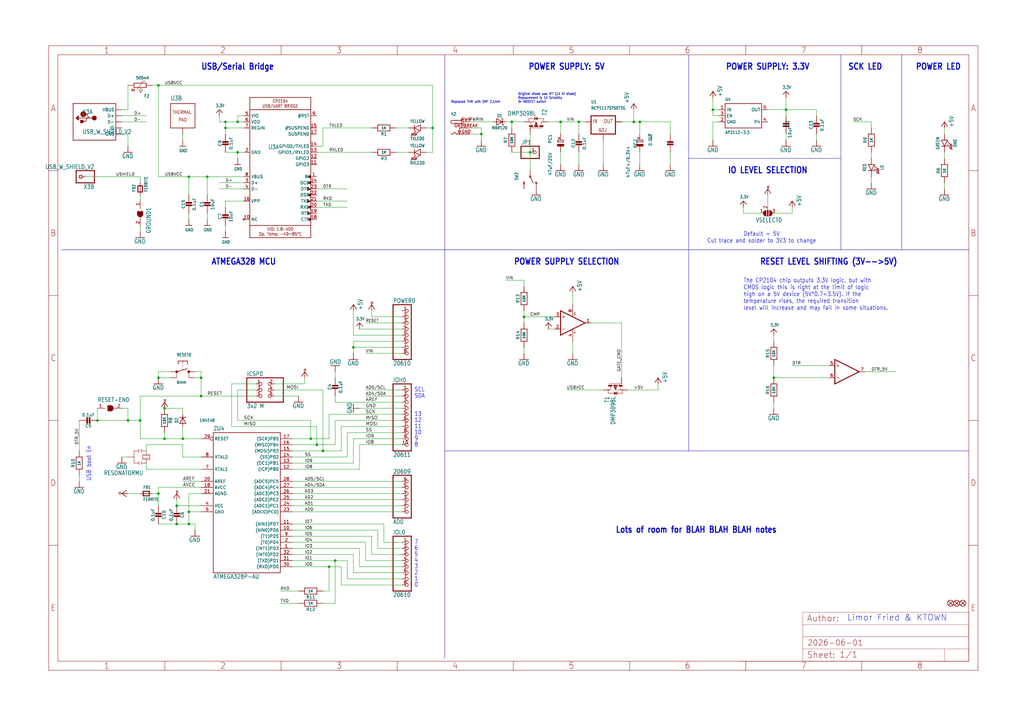
<source format=kicad_sch>
(kicad_sch (version 20230121) (generator eeschema)
  (paper "User" 426.872 298.45)
  (junction (at 322.58 157.48))
  (junction (at 53.34 175.26))
  (junction (at 180.34 53.34))
  (junction (at 40.64 175.26))
  (junction (at 132.08 185.42))
  (junction (at 200.66 55.88))
  (junction (at 93.98 53.34))
  (junction (at 58.42 175.26))
  (junction (at 213.36 50.8))
  (junction (at 99.06 63.5))
  (junction (at 266.7 50.8))
  (junction (at 264.16 50.8))
  (junction (at 139.7 233.68))
  (junction (at 327.66 45.72))
  (junction (at 134.62 187.96))
  (junction (at 233.68 50.8))
  (junction (at 83.82 165.1))
  (junction (at 218.44 132.08))
  (junction (at 83.82 157.48))
  (junction (at 76.2 182.88))
  (junction (at 68.58 182.88))
  (junction (at 78.74 218.44))
  (junction (at 68.58 170.18))
  (junction (at 220.98 63.5))
  (junction (at 78.74 213.36))
  (junction (at 129.54 182.88))
  (junction (at 93.98 50.8))
  (junction (at 66.04 35.56))
  (junction (at 297.18 45.72))
  (junction (at 99.06 50.8))
  (junction (at 147.32 144.78))
  (junction (at 73.66 210.82))
  (junction (at 78.74 73.66))
  (junction (at 73.66 218.44))
  (junction (at 66.04 157.48))
  (junction (at 137.16 236.22))
  (junction (at 241.3 50.8))
  (junction (at 66.04 205.74))
  (junction (at 86.36 73.66))
  (wire (pts (xy 167.64 228.6) (xy 157.48 228.6)) (stroke (width 0.1524)))
  (polyline (pts (xy 185.42 274.32) (xy 185.42 187.96)) (stroke (width 0.1524) (type solid)))
  (polyline (pts (xy 287.02 104.14) (xy 350.52 104.14)) (stroke (width 0.1524) (type solid)))
  (wire (pts (xy 101.6 63.5) (xy 99.06 63.5)) (stroke (width 0.1524)))
  (wire (pts (xy 76.2 177.8) (xy 76.2 182.88)) (stroke (width 0.1524)))
  (polyline (pts (xy 287.02 66.04) (xy 287.02 104.14)) (stroke (width 0.1524) (type solid)))
  (wire (pts (xy 139.7 157.48) (xy 139.7 154.94)) (stroke (width 0.1524)))
  (wire (pts (xy 241.3 50.8) (xy 241.3 55.88)) (stroke (width 0.1524)))
  (wire (pts (xy 167.64 144.78) (xy 147.32 144.78)) (stroke (width 0.1524)))
  (wire (pts (xy 177.8 63.5) (xy 180.34 63.5)) (stroke (width 0.1524)))
  (wire (pts (xy 160.02 226.06) (xy 167.64 226.06)) (stroke (width 0.1524)))
  (wire (pts (xy 297.18 45.72) (xy 299.72 45.72)) (stroke (width 0.1524)))
  (wire (pts (xy 81.28 154.94) (xy 83.82 154.94)) (stroke (width 0.1524)))
  (polyline (pts (xy 185.42 104.14) (xy 185.42 22.86)) (stroke (width 0.1524) (type solid)))
  (wire (pts (xy 132.08 63.5) (xy 154.94 63.5)) (stroke (width 0.1524)))
  (wire (pts (xy 167.64 177.8) (xy 142.24 177.8)) (stroke (width 0.1524)))
  (wire (pts (xy 147.32 142.24) (xy 147.32 144.78)) (stroke (width 0.1524)))
  (wire (pts (xy 147.32 129.54) (xy 147.32 139.7)) (stroke (width 0.1524)))
  (wire (pts (xy 106.68 165.1) (xy 83.82 165.1)) (stroke (width 0.1524)))
  (wire (pts (xy 147.32 238.76) (xy 147.32 231.14)) (stroke (width 0.1524)))
  (wire (pts (xy 121.92 210.82) (xy 167.64 210.82)) (stroke (width 0.1524)))
  (wire (pts (xy 134.62 53.34) (xy 134.62 60.96)) (stroke (width 0.1524)))
  (wire (pts (xy 134.62 187.96) (xy 121.92 187.96)) (stroke (width 0.1524)))
  (wire (pts (xy 76.2 182.88) (xy 68.58 182.88)) (stroke (width 0.1524)))
  (wire (pts (xy 33.02 198.12) (xy 33.02 200.66)) (stroke (width 0.1524)))
  (wire (pts (xy 68.58 170.18) (xy 76.2 170.18)) (stroke (width 0.1524)))
  (wire (pts (xy 233.68 68.58) (xy 233.68 63.5)) (stroke (width 0.1524)))
  (wire (pts (xy 86.36 88.9) (xy 86.36 91.44)) (stroke (width 0.1524)))
  (wire (pts (xy 167.64 132.08) (xy 154.94 132.08)) (stroke (width 0.1524)))
  (wire (pts (xy 233.68 55.88) (xy 233.68 50.8)) (stroke (width 0.1524)))
  (wire (pts (xy 139.7 233.68) (xy 144.78 233.68)) (stroke (width 0.1524)))
  (wire (pts (xy 147.32 144.78) (xy 147.32 147.32)) (stroke (width 0.1524)))
  (wire (pts (xy 297.18 40.64) (xy 297.18 45.72)) (stroke (width 0.1524)))
  (wire (pts (xy 218.44 132.08) (xy 231.14 132.08)) (stroke (width 0.1524)))
  (wire (pts (xy 157.48 220.98) (xy 121.92 220.98)) (stroke (width 0.1524)))
  (wire (pts (xy 50.8 50.8) (xy 60.96 50.8)) (stroke (width 0.1524)))
  (wire (pts (xy 83.82 210.82) (xy 73.66 210.82)) (stroke (width 0.1524)))
  (wire (pts (xy 142.24 187.96) (xy 134.62 187.96)) (stroke (width 0.1524)))
  (wire (pts (xy 213.36 50.8) (xy 218.44 50.8)) (stroke (width 0.1524)))
  (wire (pts (xy 99.06 48.26) (xy 99.06 50.8)) (stroke (width 0.1524)))
  (wire (pts (xy 264.16 50.8) (xy 266.7 50.8)) (stroke (width 0.1524)))
  (wire (pts (xy 134.62 162.56) (xy 134.62 187.96)) (stroke (width 0.1524)))
  (wire (pts (xy 93.98 50.8) (xy 91.44 50.8)) (stroke (width 0.1524)))
  (wire (pts (xy 132.08 78.74) (xy 144.78 78.74)) (stroke (width 0.1524)))
  (wire (pts (xy 213.36 53.34) (xy 213.36 50.8)) (stroke (width 0.1524)))
  (wire (pts (xy 264.16 45.72) (xy 264.16 50.8)) (stroke (width 0.1524)))
  (wire (pts (xy 200.66 53.34) (xy 200.66 55.88)) (stroke (width 0.1524)))
  (wire (pts (xy 53.34 55.88) (xy 53.34 60.96)) (stroke (width 0.1524)))
  (wire (pts (xy 83.82 203.2) (xy 66.04 203.2)) (stroke (width 0.1524)))
  (wire (pts (xy 266.7 50.8) (xy 279.4 50.8)) (stroke (width 0.1524)))
  (wire (pts (xy 345.44 152.4) (xy 330.2 152.4)) (stroke (width 0.1524)))
  (wire (pts (xy 152.4 134.62) (xy 167.64 134.62)) (stroke (width 0.1524)))
  (wire (pts (xy 149.86 236.22) (xy 167.64 236.22)) (stroke (width 0.1524)))
  (wire (pts (xy 154.94 231.14) (xy 167.64 231.14)) (stroke (width 0.1524)))
  (wire (pts (xy 134.62 60.96) (xy 132.08 60.96)) (stroke (width 0.1524)))
  (wire (pts (xy 137.16 246.38) (xy 137.16 236.22)) (stroke (width 0.1524)))
  (wire (pts (xy 96.52 177.8) (xy 132.08 177.8)) (stroke (width 0.1524)))
  (polyline (pts (xy 185.42 187.96) (xy 185.42 104.14)) (stroke (width 0.1524) (type solid)))
  (wire (pts (xy 78.74 218.44) (xy 73.66 218.44)) (stroke (width 0.1524)))
  (wire (pts (xy 297.18 48.26) (xy 297.18 45.72)) (stroke (width 0.1524)))
  (wire (pts (xy 363.22 50.8) (xy 355.6 50.8)) (stroke (width 0.1524)))
  (wire (pts (xy 322.58 139.7) (xy 322.58 142.24)) (stroke (width 0.1524)))
  (wire (pts (xy 210.82 50.8) (xy 213.36 50.8)) (stroke (width 0.1524)))
  (wire (pts (xy 93.98 83.82) (xy 93.98 86.36)) (stroke (width 0.1524)))
  (wire (pts (xy 144.78 86.36) (xy 132.08 86.36)) (stroke (width 0.1524)))
  (wire (pts (xy 259.08 50.8) (xy 264.16 50.8)) (stroke (width 0.1524)))
  (wire (pts (xy 132.08 177.8) (xy 132.08 185.42)) (stroke (width 0.1524)))
  (polyline (pts (xy 287.02 66.04) (xy 350.52 66.04)) (stroke (width 0.1524) (type solid)))
  (wire (pts (xy 144.78 190.5) (xy 144.78 180.34)) (stroke (width 0.1524)))
  (wire (pts (xy 83.82 200.66) (xy 76.2 200.66)) (stroke (width 0.1524)))
  (wire (pts (xy 96.52 160.02) (xy 96.52 177.8)) (stroke (width 0.1524)))
  (wire (pts (xy 149.86 185.42) (xy 167.64 185.42)) (stroke (width 0.1524)))
  (wire (pts (xy 228.6 50.8) (xy 233.68 50.8)) (stroke (width 0.1524)))
  (wire (pts (xy 81.28 218.44) (xy 81.28 220.98)) (stroke (width 0.1524)))
  (wire (pts (xy 53.34 45.72) (xy 50.8 45.72)) (stroke (width 0.1524)))
  (wire (pts (xy 83.82 195.58) (xy 60.96 195.58)) (stroke (width 0.1524)))
  (wire (pts (xy 121.92 190.5) (xy 144.78 190.5)) (stroke (width 0.1524)))
  (wire (pts (xy 218.44 129.54) (xy 218.44 132.08)) (stroke (width 0.1524)))
  (wire (pts (xy 40.64 175.26) (xy 40.64 170.18)) (stroke (width 0.1524)))
  (polyline (pts (xy 25.4 104.14) (xy 185.42 104.14)) (stroke (width 0.1524) (type solid)))
  (wire (pts (xy 68.58 180.34) (xy 68.58 182.88)) (stroke (width 0.1524)))
  (wire (pts (xy 137.16 172.72) (xy 167.64 172.72)) (stroke (width 0.1524)))
  (wire (pts (xy 73.66 218.44) (xy 66.04 218.44)) (stroke (width 0.1524)))
  (wire (pts (xy 121.92 195.58) (xy 149.86 195.58)) (stroke (width 0.1524)))
  (wire (pts (xy 154.94 223.52) (xy 154.94 231.14)) (stroke (width 0.1524)))
  (wire (pts (xy 180.34 53.34) (xy 180.34 35.56)) (stroke (width 0.1524)))
  (wire (pts (xy 299.72 50.8) (xy 297.18 50.8)) (stroke (width 0.1524)))
  (wire (pts (xy 101.6 48.26) (xy 99.06 48.26)) (stroke (width 0.1524)))
  (wire (pts (xy 124.46 251.46) (xy 116.84 251.46)) (stroke (width 0.1524)))
  (wire (pts (xy 106.68 160.02) (xy 96.52 160.02)) (stroke (width 0.1524)))
  (wire (pts (xy 241.3 63.5) (xy 241.3 68.58)) (stroke (width 0.1524)))
  (wire (pts (xy 121.92 228.6) (xy 149.86 228.6)) (stroke (width 0.1524)))
  (wire (pts (xy 132.08 185.42) (xy 139.7 185.42)) (stroke (width 0.1524)))
  (wire (pts (xy 124.46 165.1) (xy 114.3 165.1)) (stroke (width 0.1524)))
  (polyline (pts (xy 287.02 22.86) (xy 287.02 66.04)) (stroke (width 0.1524) (type solid)))
  (wire (pts (xy 142.24 243.84) (xy 142.24 236.22)) (stroke (width 0.1524)))
  (wire (pts (xy 167.64 213.36) (xy 121.92 213.36)) (stroke (width 0.1524)))
  (wire (pts (xy 144.78 241.3) (xy 167.64 241.3)) (stroke (width 0.1524)))
  (wire (pts (xy 78.74 205.74) (xy 78.74 213.36)) (stroke (width 0.1524)))
  (wire (pts (xy 167.64 139.7) (xy 147.32 139.7)) (stroke (width 0.1524)))
  (wire (pts (xy 86.36 73.66) (xy 78.74 73.66)) (stroke (width 0.1524)))
  (wire (pts (xy 53.34 35.56) (xy 53.34 45.72)) (stroke (width 0.1524)))
  (wire (pts (xy 76.2 185.42) (xy 76.2 190.5)) (stroke (width 0.1524)))
  (wire (pts (xy 218.44 116.84) (xy 218.44 119.38)) (stroke (width 0.1524)))
  (wire (pts (xy 279.4 63.5) (xy 279.4 68.58)) (stroke (width 0.1524)))
  (wire (pts (xy 154.94 132.08) (xy 154.94 129.54)) (stroke (width 0.1524)))
  (wire (pts (xy 76.2 190.5) (xy 83.82 190.5)) (stroke (width 0.1524)))
  (wire (pts (xy 129.54 175.26) (xy 129.54 182.88)) (stroke (width 0.1524)))
  (wire (pts (xy 129.54 182.88) (xy 137.16 182.88)) (stroke (width 0.1524)))
  (wire (pts (xy 71.12 154.94) (xy 66.04 154.94)) (stroke (width 0.1524)))
  (wire (pts (xy 137.16 236.22) (xy 121.92 236.22)) (stroke (width 0.1524)))
  (wire (pts (xy 147.32 193.04) (xy 121.92 193.04)) (stroke (width 0.1524)))
  (wire (pts (xy 220.98 63.5) (xy 213.36 63.5)) (stroke (width 0.1524)))
  (wire (pts (xy 340.36 55.88) (xy 340.36 58.42)) (stroke (width 0.1524)))
  (wire (pts (xy 76.2 170.18) (xy 76.2 172.72)) (stroke (width 0.1524)))
  (wire (pts (xy 35.56 73.66) (xy 58.42 73.66)) (stroke (width 0.1524)))
  (wire (pts (xy 218.44 132.08) (xy 218.44 134.62)) (stroke (width 0.1524)))
  (wire (pts (xy 139.7 185.42) (xy 139.7 175.26)) (stroke (width 0.1524)))
  (wire (pts (xy 297.18 50.8) (xy 297.18 58.42)) (stroke (width 0.1524)))
  (wire (pts (xy 241.3 50.8) (xy 233.68 50.8)) (stroke (width 0.1524)))
  (wire (pts (xy 165.1 63.5) (xy 170.18 63.5)) (stroke (width 0.1524)))
  (wire (pts (xy 152.4 233.68) (xy 152.4 226.06)) (stroke (width 0.1524)))
  (wire (pts (xy 137.16 246.38) (xy 134.62 246.38)) (stroke (width 0.1524)))
  (wire (pts (xy 121.92 200.66) (xy 167.64 200.66)) (stroke (width 0.1524)))
  (wire (pts (xy 238.76 142.24) (xy 238.76 147.32)) (stroke (width 0.1524)))
  (wire (pts (xy 360.68 154.94) (xy 373.38 154.94)) (stroke (width 0.1524)))
  (wire (pts (xy 83.82 205.74) (xy 78.74 205.74)) (stroke (width 0.1524)))
  (wire (pts (xy 142.24 236.22) (xy 137.16 236.22)) (stroke (width 0.1524)))
  (wire (pts (xy 134.62 251.46) (xy 139.7 251.46)) (stroke (width 0.1524)))
  (wire (pts (xy 58.42 73.66) (xy 58.42 76.2)) (stroke (width 0.1524)))
  (wire (pts (xy 114.3 162.56) (xy 134.62 162.56)) (stroke (width 0.1524)))
  (wire (pts (xy 299.72 48.26) (xy 297.18 48.26)) (stroke (width 0.1524)))
  (wire (pts (xy 327.66 45.72) (xy 327.66 48.26)) (stroke (width 0.1524)))
  (wire (pts (xy 167.64 238.76) (xy 147.32 238.76)) (stroke (width 0.1524)))
  (wire (pts (xy 99.06 50.8) (xy 93.98 50.8)) (stroke (width 0.1524)))
  (wire (pts (xy 274.32 162.56) (xy 274.32 160.02)) (stroke (width 0.1524)))
  (wire (pts (xy 167.64 167.64) (xy 139.7 167.64)) (stroke (width 0.1524)))
  (wire (pts (xy 236.22 162.56) (xy 251.46 162.56)) (stroke (width 0.1524)))
  (wire (pts (xy 327.66 45.72) (xy 340.36 45.72)) (stroke (width 0.1524)))
  (polyline (pts (xy 287.02 187.96) (xy 185.42 187.96)) (stroke (width 0.1524) (type solid)))
  (wire (pts (xy 68.58 182.88) (xy 58.42 182.88)) (stroke (width 0.1524)))
  (wire (pts (xy 195.58 53.34) (xy 200.66 53.34)) (stroke (width 0.1524)))
  (wire (pts (xy 330.2 86.36) (xy 330.2 88.9)) (stroke (width 0.1524)))
  (wire (pts (xy 132.08 185.42) (xy 121.92 185.42)) (stroke (width 0.1524)))
  (wire (pts (xy 76.2 55.88) (xy 76.2 58.42)) (stroke (width 0.1524)))
  (wire (pts (xy 132.08 83.82) (xy 144.78 83.82)) (stroke (width 0.1524)))
  (wire (pts (xy 327.66 55.88) (xy 327.66 58.42)) (stroke (width 0.1524)))
  (wire (pts (xy 218.44 116.84) (xy 210.82 116.84)) (stroke (width 0.1524)))
  (wire (pts (xy 200.66 55.88) (xy 200.66 58.42)) (stroke (width 0.1524)))
  (wire (pts (xy 167.64 243.84) (xy 142.24 243.84)) (stroke (width 0.1524)))
  (wire (pts (xy 137.16 182.88) (xy 137.16 172.72)) (stroke (width 0.1524)))
  (wire (pts (xy 81.28 157.48) (xy 83.82 157.48)) (stroke (width 0.1524)))
  (wire (pts (xy 167.64 182.88) (xy 147.32 182.88)) (stroke (width 0.1524)))
  (wire (pts (xy 99.06 63.5) (xy 99.06 66.04)) (stroke (width 0.1524)))
  (wire (pts (xy 58.42 96.52) (xy 58.42 93.98)) (stroke (width 0.1524)))
  (wire (pts (xy 139.7 165.1) (xy 139.7 167.64)) (stroke (width 0.1524)))
  (wire (pts (xy 86.36 81.28) (xy 86.36 73.66)) (stroke (width 0.1524)))
  (wire (pts (xy 220.98 63.5) (xy 220.98 55.88)) (stroke (width 0.1524)))
  (wire (pts (xy 78.74 218.44) (xy 78.74 213.36)) (stroke (width 0.1524)))
  (wire (pts (xy 320.04 81.28) (xy 320.04 86.36)) (stroke (width 0.1524)))
  (wire (pts (xy 144.78 180.34) (xy 167.64 180.34)) (stroke (width 0.1524)))
  (wire (pts (xy 99.06 175.26) (xy 129.54 175.26)) (stroke (width 0.1524)))
  (wire (pts (xy 320.04 45.72) (xy 327.66 45.72)) (stroke (width 0.1524)))
  (wire (pts (xy 58.42 83.82) (xy 58.42 81.28)) (stroke (width 0.1524)))
  (wire (pts (xy 238.76 121.92) (xy 238.76 127)) (stroke (width 0.1524)))
  (wire (pts (xy 322.58 167.64) (xy 322.58 170.18)) (stroke (width 0.1524)))
  (wire (pts (xy 363.22 63.5) (xy 363.22 66.04)) (stroke (width 0.1524)))
  (wire (pts (xy 83.82 182.88) (xy 76.2 182.88)) (stroke (width 0.1524)))
  (wire (pts (xy 121.92 205.74) (xy 167.64 205.74)) (stroke (width 0.1524)))
  (polyline (pts (xy 403.86 187.96) (xy 287.02 187.96)) (stroke (width 0.1524) (type solid)))
  (wire (pts (xy 142.24 177.8) (xy 142.24 187.96)) (stroke (width 0.1524)))
  (wire (pts (xy 220.98 63.5) (xy 220.98 71.12)) (stroke (width 0.1524)))
  (wire (pts (xy 50.8 48.26) (xy 60.96 48.26)) (stroke (width 0.1524)))
  (wire (pts (xy 78.74 91.44) (xy 78.74 88.9)) (stroke (width 0.1524)))
  (wire (pts (xy 327.66 40.64) (xy 327.66 45.72)) (stroke (width 0.1524)))
  (wire (pts (xy 330.2 88.9) (xy 322.58 88.9)) (stroke (width 0.1524)))
  (wire (pts (xy 121.92 218.44) (xy 160.02 218.44)) (stroke (width 0.1524)))
  (wire (pts (xy 309.88 86.36) (xy 309.88 88.9)) (stroke (width 0.1524)))
  (wire (pts (xy 261.62 162.56) (xy 274.32 162.56)) (stroke (width 0.1524)))
  (wire (pts (xy 167.64 162.56) (xy 152.4 162.56)) (stroke (width 0.1524)))
  (wire (pts (xy 144.78 233.68) (xy 144.78 241.3)) (stroke (width 0.1524)))
  (wire (pts (xy 60.96 187.96) (xy 60.96 185.42)) (stroke (width 0.1524)))
  (wire (pts (xy 99.06 162.56) (xy 99.06 175.26)) (stroke (width 0.1524)))
  (wire (pts (xy 58.42 175.26) (xy 58.42 165.1)) (stroke (width 0.1524)))
  (wire (pts (xy 91.44 76.2) (xy 101.6 76.2)) (stroke (width 0.1524)))
  (wire (pts (xy 127 157.48) (xy 127 160.02)) (stroke (width 0.1524)))
  (wire (pts (xy 93.98 63.5) (xy 99.06 63.5)) (stroke (width 0.1524)))
  (wire (pts (xy 231.14 137.16) (xy 228.6 137.16)) (stroke (width 0.1524)))
  (polyline (pts (xy 287.02 104.14) (xy 287.02 187.96)) (stroke (width 0.1524) (type solid)))
  (wire (pts (xy 50.8 170.18) (xy 53.34 170.18)) (stroke (width 0.1524)))
  (wire (pts (xy 165.1 53.34) (xy 170.18 53.34)) (stroke (width 0.1524)))
  (wire (pts (xy 66.04 73.66) (xy 66.04 35.56)) (stroke (width 0.1524)))
  (wire (pts (xy 139.7 251.46) (xy 139.7 233.68)) (stroke (width 0.1524)))
  (wire (pts (xy 149.86 195.58) (xy 149.86 185.42)) (stroke (width 0.1524)))
  (wire (pts (xy 83.82 165.1) (xy 58.42 165.1)) (stroke (width 0.1524)))
  (wire (pts (xy 60.96 195.58) (xy 60.96 193.04)) (stroke (width 0.1524)))
  (wire (pts (xy 66.04 205.74) (xy 66.04 203.2)) (stroke (width 0.1524)))
  (wire (pts (xy 86.36 73.66) (xy 101.6 73.66)) (stroke (width 0.1524)))
  (wire (pts (xy 91.44 78.74) (xy 101.6 78.74)) (stroke (width 0.1524)))
  (polyline (pts (xy 350.52 22.86) (xy 350.52 66.04)) (stroke (width 0.1524) (type solid)))
  (wire (pts (xy 167.64 165.1) (xy 152.4 165.1)) (stroke (width 0.1524)))
  (polyline (pts (xy 375.92 22.86) (xy 375.92 104.14)) (stroke (width 0.1524) (type solid)))
  (wire (pts (xy 218.44 147.32) (xy 218.44 144.78)) (stroke (width 0.1524)))
  (wire (pts (xy 180.34 35.56) (xy 66.04 35.56)) (stroke (width 0.1524)))
  (wire (pts (xy 322.58 157.48) (xy 345.44 157.48)) (stroke (width 0.1524)))
  (wire (pts (xy 340.36 45.72) (xy 340.36 48.26)) (stroke (width 0.1524)))
  (wire (pts (xy 180.34 63.5) (xy 180.34 53.34)) (stroke (width 0.1524)))
  (wire (pts (xy 177.8 53.34) (xy 180.34 53.34)) (stroke (width 0.1524)))
  (wire (pts (xy 73.66 210.82) (xy 73.66 208.28)) (stroke (width 0.1524)))
  (wire (pts (xy 40.64 175.26) (xy 53.34 175.26)) (stroke (width 0.1524)))
  (wire (pts (xy 58.42 205.74) (xy 53.34 205.74)) (stroke (width 0.1524)))
  (wire (pts (xy 101.6 83.82) (xy 93.98 83.82)) (stroke (width 0.1524)))
  (polyline (pts (xy 375.92 104.14) (xy 403.86 104.14)) (stroke (width 0.1524) (type solid)))
  (wire (pts (xy 152.4 147.32) (xy 167.64 147.32)) (stroke (width 0.1524)))
  (wire (pts (xy 33.02 187.96) (xy 33.02 175.26)) (stroke (width 0.1524)))
  (wire (pts (xy 93.98 93.98) (xy 93.98 96.52)) (stroke (width 0.1524)))
  (wire (pts (xy 116.84 246.38) (xy 124.46 246.38)) (stroke (width 0.1524)))
  (wire (pts (xy 91.44 50.8) (xy 91.44 48.26)) (stroke (width 0.1524)))
  (wire (pts (xy 259.08 157.48) (xy 259.08 134.62)) (stroke (width 0.1524)))
  (wire (pts (xy 101.6 50.8) (xy 99.06 50.8)) (stroke (width 0.1524)))
  (wire (pts (xy 393.7 53.34) (xy 393.7 55.88)) (stroke (width 0.1524)))
  (wire (pts (xy 363.22 76.2) (xy 363.22 73.66)) (stroke (width 0.1524)))
  (wire (pts (xy 66.04 35.56) (xy 63.5 35.56)) (stroke (width 0.1524)))
  (wire (pts (xy 53.34 190.5) (xy 50.8 190.5)) (stroke (width 0.1524)))
  (wire (pts (xy 157.48 228.6) (xy 157.48 220.98)) (stroke (width 0.1524)))
  (wire (pts (xy 58.42 175.26) (xy 58.42 182.88)) (stroke (width 0.1524)))
  (wire (pts (xy 195.58 55.88) (xy 200.66 55.88)) (stroke (width 0.1524)))
  (wire (pts (xy 149.86 228.6) (xy 149.86 236.22)) (stroke (width 0.1524)))
  (wire (pts (xy 152.4 226.06) (xy 121.92 226.06)) (stroke (width 0.1524)))
  (wire (pts (xy 50.8 55.88) (xy 53.34 55.88)) (stroke (width 0.1524)))
  (wire (pts (xy 167.64 170.18) (xy 149.86 170.18)) (stroke (width 0.1524)))
  (wire (pts (xy 93.98 55.88) (xy 93.98 53.34)) (stroke (width 0.1524)))
  (wire (pts (xy 106.68 162.56) (xy 99.06 162.56)) (stroke (width 0.1524)))
  (polyline (pts (xy 287.02 104.14) (xy 185.42 104.14)) (stroke (width 0.1524) (type solid)))
  (wire (pts (xy 322.58 157.48) (xy 322.58 152.4)) (stroke (width 0.1524)))
  (wire (pts (xy 78.74 73.66) (xy 78.74 81.28)) (stroke (width 0.1524)))
  (wire (pts (xy 154.94 53.34) (xy 134.62 53.34)) (stroke (width 0.1524)))
  (wire (pts (xy 83.82 157.48) (xy 83.82 165.1)) (stroke (width 0.1524)))
  (wire (pts (xy 60.96 185.42) (xy 76.2 185.42)) (stroke (width 0.1524)))
  (wire (pts (xy 266.7 50.8) (xy 266.7 55.88)) (stroke (width 0.1524)))
  (wire (pts (xy 251.46 68.58) (xy 251.46 58.42)) (stroke (width 0.1524)))
  (wire (pts (xy 195.58 50.8) (xy 205.74 50.8)) (stroke (width 0.1524)))
  (wire (pts (xy 53.34 175.26) (xy 58.42 175.26)) (stroke (width 0.1524)))
  (wire (pts (xy 71.12 157.48) (xy 66.04 157.48)) (stroke (width 0.1524)))
  (wire (pts (xy 167.64 137.16) (xy 149.86 137.16)) (stroke (width 0.1524)))
  (wire (pts (xy 66.04 210.82) (xy 66.04 205.74)) (stroke (width 0.1524)))
  (wire (pts (xy 127 160.02) (xy 114.3 160.02)) (stroke (width 0.1524)))
  (wire (pts (xy 167.64 203.2) (xy 121.92 203.2)) (stroke (width 0.1524)))
  (wire (pts (xy 121.92 233.68) (xy 139.7 233.68)) (stroke (width 0.1524)))
  (wire (pts (xy 246.38 134.62) (xy 259.08 134.62)) (stroke (width 0.1524)))
  (wire (pts (xy 309.88 88.9) (xy 317.5 88.9)) (stroke (width 0.1524)))
  (wire (pts (xy 66.04 154.94) (xy 66.04 157.48)) (stroke (width 0.1524)))
  (wire (pts (xy 243.84 50.8) (xy 241.3 50.8)) (stroke (width 0.1524)))
  (wire (pts (xy 139.7 175.26) (xy 167.64 175.26)) (stroke (width 0.1524)))
  (wire (pts (xy 147.32 231.14) (xy 121.92 231.14)) (stroke (width 0.1524)))
  (wire (pts (xy 167.64 233.68) (xy 152.4 233.68)) (stroke (width 0.1524)))
  (wire (pts (xy 266.7 63.5) (xy 266.7 68.58)) (stroke (width 0.1524)))
  (wire (pts (xy 167.64 208.28) (xy 121.92 208.28)) (stroke (width 0.1524)))
  (wire (pts (xy 160.02 218.44) (xy 160.02 226.06)) (stroke (width 0.1524)))
  (wire (pts (xy 83.82 154.94) (xy 83.82 157.48)) (stroke (width 0.1524)))
  (wire (pts (xy 63.5 205.74) (xy 66.04 205.74)) (stroke (width 0.1524)))
  (wire (pts (xy 363.22 50.8) (xy 363.22 53.34)) (stroke (width 0.1524)))
  (wire (pts (xy 78.74 213.36) (xy 83.82 213.36)) (stroke (width 0.1524)))
  (wire (pts (xy 121.92 182.88) (xy 129.54 182.88)) (stroke (width 0.1524)))
  (wire (pts (xy 121.92 223.52) (xy 154.94 223.52)) (stroke (width 0.1524)))
  (wire (pts (xy 147.32 182.88) (xy 147.32 193.04)) (stroke (width 0.1524)))
  (wire (pts (xy 53.34 170.18) (xy 53.34 175.26)) (stroke (width 0.1524)))
  (wire (pts (xy 78.74 218.44) (xy 81.28 218.44)) (stroke (width 0.1524)))
  (wire (pts (xy 167.64 142.24) (xy 147.32 142.24)) (stroke (width 0.1524)))
  (polyline (pts (xy 350.52 66.04) (xy 350.52 104.14)) (stroke (width 0.1524) (type solid)))
  (wire (pts (xy 393.7 66.04) (xy 393.7 63.5)) (stroke (width 0.1524)))
  (wire (pts (xy 393.7 76.2) (xy 393.7 78.74)) (stroke (width 0.1524)))
  (wire (pts (xy 78.74 73.66) (xy 66.04 73.66)) (stroke (width 0.1524)))
  (wire (pts (xy 101.6 53.34) (xy 93.98 53.34)) (stroke (width 0.1524)))
  (wire (pts (xy 93.98 53.34) (xy 93.98 50.8)) (stroke (width 0.1524)))
  (wire (pts (xy 279.4 50.8) (xy 279.4 55.88)) (stroke (width 0.1524)))
  (polyline (pts (xy 350.52 104.14) (xy 375.92 104.14)) (stroke (width 0.1524) (type solid)))
  (text "Lots of room for BLAH BLAH BLAH notes" (at 256.54 220.98 0) (effects (font (size 2.54 2.159) (thickness 0.4318) bold) (justify left)))
  (text "12" (at 172.72 175.26 0) (effects (font (size 1.778 1.5113)) (justify left)))
  (text "ATMEGA328 MCU" (at 101.6 109.22 0) (effects (font (size 2.54 2.159) (thickness 0.4318) bold)))
  (text "5" (at 172.72 231.14 0) (effects (font (size 1.778 1.5113)) (justify left)))
  (text "6" (at 172.72 228.6 0) (effects (font (size 1.778 1.5113)) (justify left)))
  (text "13" (at 172.72 172.72 0) (effects (font (size 1.778 1.5113)) (justify left)))
  (text "POWER SUPPLY: 5V" (at 236.22 27.94 0) (effects (font (size 2.54 2.159) (thickness 0.4318) bold)))
  (text "Default = 5V\nCut trace and solder to 3V3 to change" (at 317.5 99.06 0) (effects (font (size 1.778 1.5113))))
  (text "2" (at 172.72 238.76 0) (effects (font (size 1.778 1.5113)) (justify left)))
  (text "SCL" (at 172.72 162.56 0) (effects (font (size 1.778 1.5113)) (justify left)))
  (text "1" (at 172.72 241.3 0) (effects (font (size 1.778 1.5113)) (justify left)))
  (text "9" (at 172.72 182.88 0) (effects (font (size 1.778 1.5113)) (justify left)))
  (text "POWER SUPPLY: 3.3V" (at 320.04 27.94 0) (effects (font (size 2.54 2.159) (thickness 0.4318) bold)))
  (text "11" (at 172.72 177.8 0) (effects (font (size 1.778 1.5113)) (justify left)))
  (text "Limor Fried & KTOWN" (at 353.06 259.08 0) (effects (font (size 2.54 2.54)) (justify left bottom)))
  (text "7" (at 172.72 226.06 0) (effects (font (size 1.778 1.5113)) (justify left)))
  (text "Original diode was M7 (1A Si diode)\nReplacement is 1A Schottky\nOr MOSFET switch" (at 215.9 43.18 0) (effects (font (size 1.016 0.8636)) (justify left bottom)))
  (text "POWER LED" (at 391.16 27.94 0) (effects (font (size 2.54 2.159) (thickness 0.4318) bold)))
  (text "RESET LEVEL SHIFTING (3V-->5V)" (at 345.44 109.22 0) (effects (font (size 2.54 2.159) (thickness 0.4318) bold)))
  (text "SDA" (at 172.72 165.1 0) (effects (font (size 1.778 1.5113)) (justify left)))
  (text "3" (at 172.72 236.22 0) (effects (font (size 1.778 1.5113)) (justify left)))
  (text "The CP2104 chip outputs 3.3V logic, but with\nCMOS logic this is right at the limit of logic\nhigh on a 5V device (5V*0.7=3.5V). If the\ntemperature rises, the required transition\nlevel will increase and may fail in some situations." (at 309.88 129.54 0) (effects (font (size 1.778 1.5113)) (justify left bottom)))
  (text "USB/Serial Bridge" (at 99.06 27.94 0) (effects (font (size 2.54 2.159) (thickness 0.4318) bold)))
  (text "Replaced THM with SMT 2.1mm" (at 187.96 43.18 0) (effects (font (size 1.016 0.8636)) (justify left bottom)))
  (text "8" (at 172.72 185.42 0) (effects (font (size 1.778 1.5113)) (justify left)))
  (text "POWER SUPPLY SELECTION" (at 236.22 109.22 0) (effects (font (size 2.54 2.159) (thickness 0.4318) bold)))
  (text "IO LEVEL SELECTION" (at 320.04 71.12 0) (effects (font (size 2.54 2.159) (thickness 0.4318) bold)))
  (text "0" (at 172.72 243.84 0) (effects (font (size 1.778 1.5113)) (justify left)))
  (text "USB boot En" (at 38.1 200.66 90) (effects (font (size 1.778 1.5113)) (justify left bottom)))
  (text "SCK LED" (at 360.68 27.94 0) (effects (font (size 2.54 2.159) (thickness 0.4318) bold)))
  (text "4" (at 172.72 233.68 0) (effects (font (size 1.778 1.5113)) (justify left)))
  (text "10" (at 172.72 180.34 0) (effects (font (size 1.778 1.5113)) (justify left)))
  (label "IO0" (at 127 236.22 0) (effects (font (size 1.2446 1.2446))))
  (label "AD4/SDA" (at 127 203.2 0) (effects (font (size 1.2446 1.2446))))
  (label "TXD" (at 116.84 251.46 0) (effects (font (size 1.2446 1.2446))))
  (label "DTR_5V" (at 33.02 185.42 90) (effects (font (size 1.2446 1.2446))))
  (label "SCK" (at 152.4 172.72 0) (effects (font (size 1.3513 1.3513))))
  (label "RESET" (at 152.4 134.62 0) (effects (font (size 1.1735 1.1735))))
  (label "IO8" (at 127 195.58 0) (effects (font (size 1.2446 1.2446))))
  (label "MOSI" (at 119.38 162.56 0) (effects (font (size 1.3513 1.3513))))
  (label "RXLED" (at 137.16 63.5 0) (effects (font (size 1.2446 1.2446))))
  (label "RXD" (at 134.62 83.82 0) (effects (font (size 1.2446 1.2446))))
  (label "IO4" (at 127 226.06 0) (effects (font (size 1.2446 1.2446))))
  (label "RESET" (at 86.36 165.1 0) (effects (font (size 1.3513 1.3513))))
  (label "AREF" (at 76.2 200.66 0) (effects (font (size 1.3513 1.3513))))
  (label "SCK" (at 355.6 50.8 0) (effects (font (size 1.2446 1.2446))))
  (label "+5V" (at 264.16 162.56 0) (effects (font (size 1.2446 1.2446))))
  (label "TXLED" (at 137.16 53.34 0) (effects (font (size 1.2446 1.2446))))
  (label "RXD" (at 116.84 246.38 0) (effects (font (size 1.2446 1.2446))))
  (label "PWRIN" (at 195.58 50.8 0) (effects (font (size 1.2446 1.2446))))
  (label "AVCC" (at 76.2 203.2 0) (effects (font (size 1.3513 1.3513))))
  (label "MISO" (at 101.6 177.8 0) (effects (font (size 1.3513 1.3513))))
  (label "GATE_CMD" (at 259.08 154.94 90) (effects (font (size 1.2446 1.2446))))
  (label "DTR_5V" (at 363.22 154.94 0) (effects (font (size 1.2446 1.2446))))
  (label "IO9" (at 152.4 182.88 0) (effects (font (size 1.3513 1.3513))))
  (label "MISO" (at 152.4 175.26 0) (effects (font (size 1.3513 1.3513))))
  (label "DTR" (at 134.62 78.74 0) (effects (font (size 1.2446 1.2446))))
  (label "VIN" (at 152.4 147.32 0) (effects (font (size 1.2446 1.2446))))
  (label "IO2" (at 127 231.14 0) (effects (font (size 1.2446 1.2446))))
  (label "AD4/SDA" (at 152.4 165.1 0) (effects (font (size 1.2446 1.2446))))
  (label "CMP" (at 220.98 132.08 0) (effects (font (size 1.2446 1.2446))))
  (label "VIN" (at 236.22 50.8 0) (effects (font (size 1.2446 1.2446))))
  (label "D-" (at 93.98 78.74 0) (effects (font (size 1.2446 1.2446))))
  (label "AREF" (at 152.4 167.64 0) (effects (font (size 1.3513 1.3513))))
  (label "DTR" (at 330.2 152.4 0) (effects (font (size 1.2446 1.2446))))
  (label "SCK" (at 101.6 175.26 0) (effects (font (size 1.3513 1.3513))))
  (label "IO9" (at 127 193.04 0) (effects (font (size 1.2446 1.2446))))
  (label "D+" (at 93.98 76.2 0) (effects (font (size 1.2446 1.2446))))
  (label "AD2" (at 127 208.28 0) (effects (font (size 1.2446 1.2446))))
  (label "AD1" (at 127 210.82 0) (effects (font (size 1.2446 1.2446))))
  (label "VIN" (at 210.82 116.84 0) (effects (font (size 1.2446 1.2446))))
  (label "AD5/SCL" (at 127 200.66 0) (effects (font (size 1.2446 1.2446))))
  (label "SS" (at 152.4 180.34 0) (effects (font (size 1.3513 1.3513))))
  (label "USBVCC" (at 68.58 73.66 0) (effects (font (size 1.2446 1.2446))))
  (label "IO6" (at 127 220.98 0) (effects (font (size 1.2446 1.2446))))
  (label "MOSI" (at 152.4 177.8 0) (effects (font (size 1.3513 1.3513))))
  (label "IO3" (at 127 228.6 0) (effects (font (size 1.2446 1.2446))))
  (label "AD5/SCL" (at 152.4 162.56 0) (effects (font (size 1.2446 1.2446))))
  (label "AD0" (at 127 213.36 0) (effects (font (size 1.2446 1.2446))))
  (label "USBVCC" (at 236.22 162.56 0) (effects (font (size 1.2446 1.2446))))
  (label "USHIELD" (at 48.26 73.66 0) (effects (font (size 1.2446 1.2446))))
  (label "IO8" (at 152.4 185.42 0) (effects (font (size 1.3513 1.3513))))
  (label "AD3" (at 127 205.74 0) (effects (font (size 1.2446 1.2446))))
  (label "D+" (at 55.88 48.26 0) (effects (font (size 1.2446 1.2446))))
  (label "USBVCC" (at 68.58 35.56 0) (effects (font (size 1.2446 1.2446))))
  (label "IO1" (at 127 233.68 0) (effects (font (size 1.2446 1.2446))))
  (label "GND" (at 152.4 170.18 0) (effects (font (size 1.3513 1.3513))))
  (label "IO5" (at 127 223.52 0) (effects (font (size 1.2446 1.2446))))
  (label "SS" (at 127 190.5 0) (effects (font (size 1.2446 1.2446))))
  (label "TXD" (at 134.62 86.36 0) (effects (font (size 1.2446 1.2446))))
  (label "IO7" (at 127 218.44 0) (effects (font (size 1.2446 1.2446))))
  (label "D-" (at 55.88 50.8 0) (effects (font (size 1.2446 1.2446))))
  (symbol (lib_id "working-eagle-import:RESISTOR0805_NOOUTLINE") (at 213.36 58.42 90) (unit 1)
    (property "Reference" "R7" (at 210.82 58.42 0))
    (property "Value" "10K" (at 213.36 58.42 0) (effects (font (size 1.016 1.016) bold)))
    (property "Footprint" "working:0805-NO" (effects hide))
  )
  (symbol (lib_id "working-eagle-import:GND") (at 66.04 160.02 0) (unit 1)
    (property "Reference" "#GND12" (effects hide))
    (property "Value" "GND" (at 63.5 162.56 0) (effects (font (size 1.778 1.5113)) (justify left bottom)))
  )
  (symbol (lib_id "working-eagle-import:SOLDERJUMPER_CLOSED") (at 45.72 170.18 0) (unit 1)
    (property "Reference" "RESET-EN0" (at 40.64 167.64 0) (effects (font (size 1.778 1.5113)) (justify left bottom)))
    (property "Value" "SOLDERJUMPER_CLOSED" (effects hide))
    (property "Footprint" "working:SOLDERJUMPER_CLOSEDWIRE" (effects hide))
  )
  (symbol (lib_id "working-eagle-import:HEADER-1X6") (at 170.18 205.74 0) (mirror x) (unit 1)
    (property "Reference" "AD0" (at 163.83 216.535 0) (effects (font (size 1.778 1.5113)) (justify left bottom)))
    (property "Value" "20609" (at 163.83 195.58 0) (effects (font (size 1.778 1.5113)) (justify left bottom)))
    (property "Footprint" "working:1X06_OVAL" (effects hide))
  )
  (symbol (lib_id "working-eagle-import:CAP_CERAMIC0805-NOOUTLINE") (at 38.1 175.26 90) (unit 1)
    (property "Reference" "C5" (at 36.85 177.55 90))
    (property "Value" "0.1uF" (at 36.85 172.96 90))
    (property "Footprint" "working:0805-NO" (effects hide))
  )
  (symbol (lib_id "working-eagle-import:CAP_CERAMIC0805-NOOUTLINE") (at 327.66 50.8 0) (mirror x) (unit 1)
    (property "Reference" "C3" (at 329.057 50.165 90) (effects (justify left bottom)))
    (property "Value" "10uF" (at 329.946 52.705 90) (effects (justify left bottom)))
    (property "Footprint" "working:0805-NO" (effects hide))
  )
  (symbol (lib_id "working-eagle-import:LED0805_NOOUTLINE") (at 393.7 60.96 270) (unit 1)
    (property "Reference" "ON0" (at 398.145 59.69 0) (effects (font (size 1.27 1.0795))))
    (property "Value" "GREEN" (at 390.906 59.69 0) (effects (font (size 1.27 1.0795))))
    (property "Footprint" "working:CHIPLED_0805_NOOUTLINE" (effects hide))
  )
  (symbol (lib_id "working-eagle-import:RESISTOR0805_NOOUTLINE") (at 322.58 162.56 90) (unit 1)
    (property "Reference" "R16" (at 320.04 162.56 0))
    (property "Value" "10K" (at 322.58 162.56 0) (effects (font (size 1.016 1.016) bold)))
    (property "Footprint" "working:0805-NO" (effects hide))
  )
  (symbol (lib_id "working-eagle-import:RESONATORMU") (at 60.96 190.5 0) (unit 1)
    (property "Reference" "Y2" (effects hide))
    (property "Value" "RESONATORMU" (at 43.18 198.12 0) (effects (font (size 1.778 1.5113)) (justify left bottom)))
    (property "Footprint" "working:RESONATOR" (effects hide))
  )
  (symbol (lib_id "working-eagle-import:+5V") (at 393.7 50.8 0) (unit 1)
    (property "Reference" "#P+5" (effects hide))
    (property "Value" "+5V" (at 395.605 48.26 90) (effects (font (size 1.778 1.5113)) (justify right top)))
  )
  (symbol (lib_id "working-eagle-import:RESISTOR0805_NOOUTLINE") (at 393.7 71.12 90) (unit 1)
    (property "Reference" "R6" (at 391.16 71.12 0))
    (property "Value" "1K" (at 393.7 71.12 0) (effects (font (size 1.016 1.016) bold)))
    (property "Footprint" "working:0805-NO" (effects hide))
  )
  (symbol (lib_id "working-eagle-import:CAP_CERAMIC0805-NOOUTLINE") (at 340.36 53.34 0) (unit 1)
    (property "Reference" "C13" (at 338.07 52.09 90))
    (property "Value" "0.1uF" (at 342.66 52.09 90))
    (property "Footprint" "working:0805-NO" (effects hide))
  )
  (symbol (lib_id "working-eagle-import:VCCIO") (at 320.04 78.74 0) (unit 1)
    (property "Reference" "#VCC5" (effects hide))
    (property "Value" "VCCIO" (effects hide))
  )
  (symbol (lib_id "working-eagle-import:3.3V") (at 149.86 134.62 0) (unit 1)
    (property "Reference" "#U$8" (effects hide))
    (property "Value" "3.3V" (at 148.336 133.604 0) (effects (font (size 1.27 1.0795)) (justify left bottom)))
  )
  (symbol (lib_id "working-eagle-import:microbuilder_GND") (at 93.98 99.06 0) (unit 1)
    (property "Reference" "#U$22" (effects hide))
    (property "Value" "GND" (at 92.456 101.6 0) (effects (font (size 1.27 1.0795)) (justify left bottom)))
  )
  (symbol (lib_id "working-eagle-import:LMV358?MM") (at 238.76 134.62 0) (unit 3)
    (property "Reference" "U5" (effects hide))
    (property "Value" "LMV358?MM" (effects hide))
    (property "Footprint" "working:MSOP08" (effects hide))
  )
  (symbol (lib_id "working-eagle-import:VCCIO") (at 50.8 205.74 90) (unit 1)
    (property "Reference" "#VCC1" (effects hide))
    (property "Value" "VCCIO" (effects hide))
  )
  (symbol (lib_id "working-eagle-import:FIDUCIAL_1MM") (at 401.32 251.46 0) (unit 1)
    (property "Reference" "FD2" (effects hide))
    (property "Value" "FIDUCIAL_1MM" (effects hide))
    (property "Footprint" "working:FIDUCIAL_1MM" (effects hide))
  )
  (symbol (lib_id "working-eagle-import:CAP_CERAMIC0805-NOOUTLINE") (at 78.74 86.36 0) (unit 1)
    (property "Reference" "C15" (at 76.45 85.11 90))
    (property "Value" "0.1uF" (at 81.04 85.11 90))
    (property "Footprint" "working:0805-NO" (effects hide))
  )
  (symbol (lib_id "working-eagle-import:LED0805_NOOUTLINE") (at 363.22 71.12 270) (unit 1)
    (property "Reference" "L0" (at 367.665 69.85 0) (effects (font (size 1.27 1.0795))))
    (property "Value" "RED" (at 360.426 69.85 0) (effects (font (size 1.27 1.0795))))
    (property "Footprint" "working:CHIPLED_0805_NOOUTLINE" (effects hide))
  )
  (symbol (lib_id "working-eagle-import:CAP_ELECTROLYTICPANASONIC_D") (at 266.7 60.96 0) (unit 1)
    (property "Reference" "PC2" (at 264.16 57.8866 90) (effects (justify right top)))
    (property "Value" "47uF+/6.3V+" (at 261.0866 60.706 90) (effects (justify right top)))
    (property "Footprint" "working:PANASONIC_D" (effects hide))
  )
  (symbol (lib_id "working-eagle-import:GND") (at 147.32 170.18 270) (unit 1)
    (property "Reference" "#GND6" (effects hide))
    (property "Value" "GND" (at 144.78 167.64 0) (effects (font (size 1.778 1.5113)) (justify left bottom)))
  )
  (symbol (lib_id "working-eagle-import:FIDUCIAL_1MM") (at 398.78 251.46 0) (unit 1)
    (property "Reference" "FD3" (effects hide))
    (property "Value" "FIDUCIAL_1MM" (effects hide))
    (property "Footprint" "working:FIDUCIAL_1MM" (effects hide))
  )
  (symbol (lib_id "working-eagle-import:GND") (at 279.4 71.12 0) (unit 1)
    (property "Reference" "#GND7" (effects hide))
    (property "Value" "GND" (at 276.86 73.66 0) (effects (font (size 1.778 1.5113)) (justify left bottom)))
  )
  (symbol (lib_id "working-eagle-import:GND") (at 223.52 81.28 0) (unit 1)
    (property "Reference" "#GND24" (effects hide))
    (property "Value" "GND" (at 220.98 83.82 0) (effects (font (size 1.778 1.5113)) (justify left bottom)))
  )
  (symbol (lib_id "working-eagle-import:RESISTOR0805_NOOUTLINE") (at 129.54 251.46 180) (unit 1)
    (property "Reference" "R12" (at 129.54 254 0))
    (property "Value" "1K" (at 129.54 251.46 0) (effects (font (size 1.016 1.016) bold)))
    (property "Footprint" "working:0805-NO" (effects hide))
  )
  (symbol (lib_id "working-eagle-import:GND") (at 327.66 60.96 0) (unit 1)
    (property "Reference" "#GND21" (effects hide))
    (property "Value" "GND" (at 325.12 63.5 0) (effects (font (size 1.778 1.5113)) (justify left bottom)))
  )
  (symbol (lib_id "working-eagle-import:PMOSSOT23") (at 223.52 50.8 270) (mirror x) (unit 1)
    (property "Reference" "T2" (at 226.06 48.26 0) (effects (font (size 1.778 1.5113)) (justify left bottom)))
    (property "Value" "DMP3098L" (at 223.52 48.26 90) (effects (font (size 1.778 1.5113)) (justify right top)))
    (property "Footprint" "working:SOT-23" (effects hide))
  )
  (symbol (lib_id "working-eagle-import:GND") (at 297.18 60.96 0) (unit 1)
    (property "Reference" "#GND4" (effects hide))
    (property "Value" "GND" (at 294.64 63.5 0) (effects (font (size 1.778 1.5113)) (justify left bottom)))
  )
  (symbol (lib_id "working-eagle-import:microbuilder_GND") (at 99.06 68.58 0) (unit 1)
    (property "Reference" "#U$20" (effects hide))
    (property "Value" "GND" (at 97.536 71.12 0) (effects (font (size 1.27 1.0795)) (justify left bottom)))
  )
  (symbol (lib_id "working-eagle-import:GND") (at 81.28 223.52 0) (unit 1)
    (property "Reference" "#GND2" (effects hide))
    (property "Value" "GND" (at 78.74 226.06 0) (effects (font (size 1.778 1.5113)) (justify left bottom)))
  )
  (symbol (lib_id "working-eagle-import:PMOSSOT23") (at 256.54 162.56 90) (mirror x) (unit 1)
    (property "Reference" "T1" (at 254 165.1 0) (effects (font (size 1.778 1.5113)) (justify left bottom)))
    (property "Value" "DMP3098L" (at 256.54 165.1 0) (effects (font (size 1.778 1.5113)) (justify left bottom)))
    (property "Footprint" "working:SOT-23" (effects hide))
  )
  (symbol (lib_id "working-eagle-import:HEADER-1X10") (at 170.18 172.72 0) (unit 1)
    (property "Reference" "IOH0" (at 163.83 159.385 0) (effects (font (size 1.778 1.5113)) (justify left bottom)))
    (property "Value" "20611" (at 163.83 190.5 0) (effects (font (size 1.778 1.5113)) (justify left bottom)))
    (property "Footprint" "working:1X10_OVAL" (effects hide))
  )
  (symbol (lib_id "working-eagle-import:RESISTOR0805_NOOUTLINE") (at 33.02 193.04 90) (unit 1)
    (property "Reference" "R10" (at 30.48 193.04 0))
    (property "Value" "1K" (at 33.02 193.04 0) (effects (font (size 1.016 1.016) bold)))
    (property "Footprint" "working:0805-NO" (effects hide))
  )
  (symbol (lib_id "working-eagle-import:DCBARRELPTH") (at 193.04 53.34 0) (unit 1)
    (property "Reference" "X2" (at 187.96 48.26 0) (effects (font (size 1.27 1.0795)) (justify left bottom)))
    (property "Value" "DCBARRELPTH" (effects hide))
    (property "Footprint" "working:DCJACK_2MM_PTH" (effects hide))
  )
  (symbol (lib_id "working-eagle-import:HEADER-2X3") (at 111.76 162.56 0) (unit 1)
    (property "Reference" "ICSP0" (at 102.87 156.845 0) (effects (font (size 1.778 1.5113)) (justify left bottom)))
    (property "Value" "3x2 M" (at 102.87 170.18 0) (effects (font (size 1.778 1.5113)) (justify left bottom)))
    (property "Footprint" "working:2X03_ROUND_70MIL" (effects hide))
  )
  (symbol (lib_id "working-eagle-import:GND") (at 241.3 71.12 0) (unit 1)
    (property "Reference" "#GND25" (effects hide))
    (property "Value" "GND" (at 238.76 73.66 0) (effects (font (size 1.778 1.5113)) (justify left bottom)))
  )
  (symbol (lib_id "working-eagle-import:GND") (at 50.8 193.04 0) (unit 1)
    (property "Reference" "#GND3" (effects hide))
    (property "Value" "GND" (at 48.26 195.58 0) (effects (font (size 1.778 1.5113)) (justify left bottom)))
  )
  (symbol (lib_id "working-eagle-import:CP2104") (at 76.2 48.26 0) (unit 2)
    (property "Reference" "U3" (at 71.12 41.91 0) (effects (font (size 1.778 1.5113)) (justify left bottom)))
    (property "Value" "CP2104" (effects hide))
    (property "Footprint" "working:QFN24_4MM_SMSC" (effects hide))
  )
  (symbol (lib_id "working-eagle-import:GND") (at 33.02 203.2 0) (unit 1)
    (property "Reference" "#GND15" (effects hide))
    (property "Value" "GND" (at 30.48 205.74 0) (effects (font (size 1.778 1.5113)) (justify left bottom)))
  )
  (symbol (lib_id "working-eagle-import:VREG_SOT23-5") (at 309.88 48.26 0) (unit 1)
    (property "Reference" "U4" (at 302.26 42.164 0) (effects (font (size 1.27 1.0795)) (justify left bottom)))
    (property "Value" "AP2112-3.3" (at 302.26 55.88 0) (effects (font (size 1.27 1.0795)) (justify left bottom)))
    (property "Footprint" "working:SOT23-5" (effects hide))
  )
  (symbol (lib_id "working-eagle-import:RESISTOR_0805MP") (at 68.58 175.26 90) (unit 1)
    (property "Reference" "R8" (at 71.12 175.26 0))
    (property "Value" "10K" (at 68.58 175.26 0) (effects (font (size 1.016 1.016) bold)))
    (property "Footprint" "working:_0805MP" (effects hide))
  )
  (symbol (lib_id "working-eagle-import:+5V") (at 330.2 83.82 0) (unit 1)
    (property "Reference" "#P+1" (effects hide))
    (property "Value" "+5V" (at 332.105 81.28 90) (effects (font (size 1.778 1.5113)) (justify right top)))
  )
  (symbol (lib_id "working-eagle-import:VCCIO") (at 73.66 205.74 0) (unit 1)
    (property "Reference" "#VCC4" (effects hide))
    (property "Value" "VCCIO" (effects hide))
  )
  (symbol (lib_id "working-eagle-import:SOLDERJUMPER_2WAY") (at 320.04 88.9 0) (unit 1)
    (property "Reference" "VSELECT0" (at 314.96 92.71 0) (effects (font (size 1.778 1.5113)) (justify left bottom)))
    (property "Value" "SOLDERJUMPER_2WAY" (effects hide))
    (property "Footprint" "working:SOLDERJUMPER_2WAY_OPEN_NOPASTE" (effects hide))
  )
  (symbol (lib_id "working-eagle-import:CAP_CERAMIC0805-NOOUTLINE") (at 139.7 162.56 0) (unit 1)
    (property "Reference" "C4" (at 137.41 161.31 90))
    (property "Value" "0.1uF" (at 142 161.31 90))
    (property "Footprint" "working:0805-NO" (effects hide))
  )
  (symbol (lib_id "working-eagle-import:+5V") (at 297.18 38.1 0) (unit 1)
    (property "Reference" "#P+13" (effects hide))
    (property "Value" "+5V" (at 299.085 35.56 90) (effects (font (size 1.778 1.5113)) (justify right top)))
  )
  (symbol (lib_id "working-eagle-import:DIODE-SCHOTTKYSOD-123") (at 208.28 50.8 0) (unit 1)
    (property "Reference" "D1" (at 208.28 48.26 0) (effects (font (size 1.27 1.0795))))
    (property "Value" "MBR120" (at 208.28 53.3 0) (effects (font (size 1.27 1.0795))))
    (property "Footprint" "working:SOD-123" (effects hide))
  )
  (symbol (lib_id "working-eagle-import:FERRITE-0805NO") (at 60.96 205.74 0) (unit 1)
    (property "Reference" "FB1" (at 59.69 203.835 0) (effects (font (size 1.27 1.0795)) (justify left bottom)))
    (property "Value" "FERRITE" (at 59.69 208.915 0) (effects (font (size 1.27 1.0795)) (justify left bottom)))
    (property "Footprint" "working:0805-NO" (effects hide))
  )
  (symbol (lib_id "working-eagle-import:RESISTOR0805_NOOUTLINE") (at 129.54 246.38 180) (unit 1)
    (property "Reference" "R11" (at 129.54 248.92 0))
    (property "Value" "1K" (at 129.54 246.38 0) (effects (font (size 1.016 1.016) bold)))
    (property "Footprint" "working:0805-NO" (effects hide))
  )
  (symbol (lib_id "working-eagle-import:GND") (at 58.42 99.06 0) (unit 1)
    (property "Reference" "#GND16" (effects hide))
    (property "Value" "GND" (at 55.88 101.6 0) (effects (font (size 1.778 1.5113)) (justify left bottom)))
  )
  (symbol (lib_id "working-eagle-import:VCCIO") (at 154.94 127 0) (unit 1)
    (property "Reference" "#VCC6" (effects hide))
    (property "Value" "VCCIO" (effects hide))
  )
  (symbol (lib_id "working-eagle-import:CAP_ELECTROLYTICPANASONIC_D") (at 233.68 60.96 0) (unit 1)
    (property "Reference" "PC1" (at 228.6 55.88 90) (effects (justify right top)))
    (property "Value" "47uF/25V" (at 228.6 63.5 90) (effects (justify right top)))
    (property "Footprint" "working:PANASONIC_D" (effects hide))
  )
  (symbol (lib_id "working-eagle-import:DIODESOD-323") (at 76.2 175.26 90) (unit 1)
    (property "Reference" "D2" (at 73.66 175.26 0) (effects (font (size 1.27 1.0795))))
    (property "Value" "1N4148" (at 86.36 175.22 90) (effects (font (size 1.27 1.0795))))
    (property "Footprint" "working:SOD-323" (effects hide))
  )
  (symbol (lib_id "working-eagle-import:LMV358?MM") (at 353.06 154.94 0) (unit 2)
    (property "Reference" "U5" (effects hide))
    (property "Value" "LMV358?MM" (effects hide))
    (property "Footprint" "working:MSOP08" (effects hide))
  )
  (symbol (lib_id "working-eagle-import:3.3V") (at 91.44 45.72 0) (unit 1)
    (property "Reference" "#U$24" (effects hide))
    (property "Value" "3.3V" (at 89.916 44.704 0) (effects (font (size 1.27 1.0795)) (justify left bottom)))
  )
  (symbol (lib_id "working-eagle-import:GND") (at 322.58 172.72 0) (unit 1)
    (property "Reference" "#GND23" (effects hide))
    (property "Value" "GND" (at 320.04 175.26 0) (effects (font (size 1.778 1.5113)) (justify left bottom)))
  )
  (symbol (lib_id "working-eagle-import:LM1117SOT223-REFLOW") (at 251.46 50.8 0) (unit 1)
    (property "Reference" "U1" (at 246.38 43.18 0) (effects (font (size 1.27 1.0795)) (justify left bottom)))
    (property "Value" "NCP1117ST50T3G" (at 246.38 45.72 0) (effects (font (size 1.27 1.0795)) (justify left bottom)))
    (property "Footprint" "working:SOT223-R" (effects hide))
  )
  (symbol (lib_id "working-eagle-import:RESISTOR0805_NOOUTLINE") (at 218.44 124.46 90) (unit 1)
    (property "Reference" "R13" (at 215.9 124.46 0))
    (property "Value" "10K" (at 218.44 124.46 0) (effects (font (size 1.016 1.016) bold)))
    (property "Footprint" "working:0805-NO" (effects hide))
  )
  (symbol (lib_id "working-eagle-import:+5V") (at 274.32 157.48 0) (unit 1)
    (property "Reference" "#P+10" (effects hide))
    (property "Value" "+5V" (at 276.225 154.94 90) (effects (font (size 1.778 1.5113)) (justify right top)))
  )
  (symbol (lib_id "working-eagle-import:LED0805_NOOUTLINE") (at 172.72 63.5 180) (unit 1)
    (property "Reference" "RXLED0" (at 173.99 67.945 0) (effects (font (size 1.27 1.0795))))
    (property "Value" "YELLOW" (at 173.99 60.706 0) (effects (font (size 1.27 1.0795))))
    (property "Footprint" "working:CHIPLED_0805_NOOUTLINE" (effects hide))
  )
  (symbol (lib_id "working-eagle-import:SWITCH_TACT_SMT") (at 76.2 154.94 0) (unit 1)
    (property "Reference" "RESET0" (at 73.66 148.59 0) (effects (font (size 1.27 1.0795)) (justify left bottom)))
    (property "Value" "6mm" (at 73.66 160.02 0) (effects (font (size 1.27 1.0795)) (justify left bottom)))
    (property "Footprint" "working:EVQ-Q2" (effects hide))
  )
  (symbol (lib_id "working-eagle-import:GND") (at 124.46 167.64 0) (unit 1)
    (property "Reference" "#GND1" (effects hide))
    (property "Value" "GND" (at 121.92 170.18 0) (effects (font (size 1.778 1.5113)) (justify left bottom)))
  )
  (symbol (lib_id "working-eagle-import:LED0805_NOOUTLINE") (at 172.72 53.34 180) (unit 1)
    (property "Reference" "TXLED0" (at 173.99 57.785 0) (effects (font (size 1.27 1.0795))))
    (property "Value" "YELLOW" (at 173.99 50.546 0) (effects (font (size 1.27 1.0795))))
    (property "Footprint" "working:CHIPLED_0805_NOOUTLINE" (effects hide))
  )
  (symbol (lib_id "working-eagle-import:microbuilder_GND") (at 86.36 93.98 0) (unit 1)
    (property "Reference" "#U$18" (effects hide))
    (property "Value" "GND" (at 84.836 96.52 0) (effects (font (size 1.27 1.0795)) (justify left bottom)))
  )
  (symbol (lib_id "working-eagle-import:CP2104") (at 116.84 68.58 0) (unit 1)
    (property "Reference" "U3" (at 111.76 62.23 0) (effects (font (size 1.778 1.5113)) (justify left bottom)))
    (property "Value" "CP2104" (effects hide))
    (property "Footprint" "working:QFN24_4MM_SMSC" (effects hide))
  )
  (symbol (lib_id "working-eagle-import:GND") (at 200.66 60.96 0) (unit 1)
    (property "Reference" "#GND19" (effects hide))
    (property "Value" "GND" (at 198.12 63.5 0) (effects (font (size 1.778 1.5113)) (justify left bottom)))
  )
  (symbol (lib_id "working-eagle-import:3.3V") (at 228.6 134.62 0) (unit 1)
    (property "Reference" "#U$7" (effects hide))
    (property "Value" "3.3V" (at 227.076 133.604 0) (effects (font (size 1.27 1.0795)) (justify left bottom)))
  )
  (symbol (lib_id "working-eagle-import:FIDUCIAL_1MM") (at 396.24 251.46 0) (unit 1)
    (property "Reference" "FD1" (effects hide))
    (property "Value" "FIDUCIAL_1MM" (effects hide))
    (property "Footprint" "working:FIDUCIAL_1MM" (effects hide))
  )
  (symbol (lib_id "working-eagle-import:3.3V") (at 322.58 137.16 0) (unit 1)
    (property "Reference" "#U$10" (effects hide))
    (property "Value" "3.3V" (at 321.056 136.144 0) (effects (font (size 1.27 1.0795)) (justify left bottom)))
  )
  (symbol (lib_id "working-eagle-import:GND") (at 238.76 149.86 0) (unit 1)
    (property "Reference" "#GND18" (effects hide))
    (property "Value" "GND" (at 236.22 152.4 0) (effects (font (size 1.778 1.5113)) (justify left bottom)))
  )
  (symbol (lib_id "working-eagle-import:+5V") (at 238.76 119.38 0) (unit 1)
    (property "Reference" "#P+9" (effects hide))
    (property "Value" "+5V" (at 240.665 116.84 90) (effects (font (size 1.778 1.5113)) (justify right top)))
  )
  (symbol (lib_id "working-eagle-import:GND") (at 53.34 63.5 0) (unit 1)
    (property "Reference" "#GND8" (effects hide))
    (property "Value" "GND" (at 50.8 66.04 0) (effects (font (size 1.778 1.5113)) (justify left bottom)))
  )
  (symbol (lib_id "working-eagle-import:RESISTOR0805_NOOUTLINE") (at 218.44 139.7 90) (unit 1)
    (property "Reference" "R14" (at 215.9 139.7 0))
    (property "Value" "10K" (at 218.44 139.7 0) (effects (font (size 1.016 1.016) bold)))
    (property "Footprint" "working:0805-NO" (effects hide))
  )
  (symbol (lib_id "working-eagle-import:microbuilder_GND") (at 78.74 93.98 0) (unit 1)
    (property "Reference" "#U$6" (effects hide))
    (property "Value" "GND" (at 77.216 96.52 0) (effects (font (size 1.27 1.0795)) (justify left bottom)))
  )
  (symbol (lib_id "working-eagle-import:GND") (at 340.36 60.96 0) (unit 1)
    (property "Reference" "#GND26" (effects hide))
    (property "Value" "GND" (at 337.82 63.5 0) (effects (font (size 1.778 1.5113)) (justify left bottom)))
  )
  (symbol (lib_id "working-eagle-import:CAP_CERAMIC0805-NOOUTLINE") (at 93.98 91.44 0) (unit 1)
    (property "Reference" "C7" (at 91.69 90.19 90))
    (property "Value" "10uF" (at 96.28 90.19 90))
    (property "Footprint" "working:0805-NO" (effects hide))
  )
  (symbol (lib_id "working-eagle-import:GND") (at 393.7 81.28 0) (unit 1)
    (property "Reference" "#GND14" (effects hide))
    (property "Value" "GND" (at 391.16 83.82 0) (effects (font (size 1.778 1.5113)) (justify left bottom)))
  )
  (symbol (lib_id "working-eagle-import:GND") (at 147.32 149.86 0) (unit 1)
    (property "Reference" "#GND5" (effects hide))
    (property "Value" "GND" (at 144.78 152.4 0) (effects (font (size 1.778 1.5113)) (justify left bottom)))
  )
  (symbol (lib_id "working-eagle-import:ATMEGA328P-AU") (at 104.14 208.28 0) (unit 1)
    (property "Reference" "ZU4" (at 88.9 179.578 0) (effects (font (size 1.778 1.5113)) (justify left bottom)))
    (property "Value" "ATMEGA328P-AU" (at 88.9 241.3 0) (effects (font (size 1.778 1.5113)) (justify left bottom)))
    (property "Footprint" "working:TQFP32-08" (effects hide))
  )
  (symbol (lib_id "working-eagle-import:GND") (at 139.7 152.4 180) (unit 1)
    (property "Reference" "#GND13" (effects hide))
    (property "Value" "GND" (at 142.24 149.86 0) (effects (font (size 1.778 1.5113)) (justify left bottom)))
  )
  (symbol (lib_id "working-eagle-import:3.3V") (at 309.88 83.82 0) (unit 1)
    (property "Reference" "#U$9" (effects hide))
    (property "Value" "3.3V" (at 308.356 82.804 0) (effects (font (size 1.27 1.0795)) (justify left bottom)))
  )
  (symbol (lib_id "working-eagle-import:GND") (at 218.44 149.86 0) (unit 1)
    (property "Reference" "#GND20" (effects hide))
    (property "Value" "GND" (at 215.9 152.4 0) (effects (font (size 1.778 1.5113)) (justify left bottom)))
  )
  (symbol (lib_id "working-eagle-import:+5V") (at 147.32 127 0) (unit 1)
    (property "Reference" "#P+4" (effects hide))
    (property "Value" "+5V" (at 149.225 124.46 90) (effects (font (size 1.778 1.5113)) (justify right top)))
  )
  (symbol (lib_id "working-eagle-import:+5V") (at 264.16 43.18 0) (unit 1)
    (property "Reference" "#P+14" (effects hide))
    (property "Value" "+5V" (at 262.255 43.18 90) (effects (font (size 1.778 1.5113)) (justify left bottom)))
  )
  (symbol (lib_id "working-eagle-import:USB_W_SHIELD_V2") (at 33.02 73.66 180) (unit 2)
    (property "Reference" "X3" (at 39.37 76.835 0) (effects (font (size 1.778 1.5113)) (justify left bottom)))
    (property "Value" "USB_W_SHIELD_V2" (at 39.37 68.58 0) (effects (font (size 1.778 1.5113)) (justify left bottom)))
    (property "Footprint" "working:4UCONN_20329_V2" (effects hide))
  )
  (symbol (lib_id "working-eagle-import:SJ") (at 58.42 88.9 270) (unit 1)
    (property "Reference" "GROUND1" (at 60.96 86.36 0) (effects (font (size 1.778 1.5113)) (justify left bottom)))
    (property "Value" "SJ" (effects hide))
    (property "Footprint" "working:SJ" (effects hide))
  )
  (symbol (lib_id "working-eagle-import:HEADER-1X8") (at 170.18 139.7 0) (unit 1)
    (property "Reference" "POWER0" (at 163.83 126.365 0) (effects (font (size 1.778 1.5113)) (justify left bottom)))
    (property "Value" "20610" (at 163.83 152.4 0) (effects (font (size 1.778 1.5113)) (justify left bottom)))
    (property "Footprint" "working:1X08_OVAL" (effects hide))
  )
  (symbol (lib_id "working-eagle-import:VCCIO") (at 127 154.94 0) (unit 1)
    (property "Reference" "#VCC3" (effects hide))
    (property "Value" "VCCIO" (effects hide))
  )
  (symbol (lib_id "working-eagle-import:CAP_CERAMIC0805-NOOUTLINE") (at 86.36 86.36 0) (unit 1)
    (property "Reference" "C1" (at 84.07 85.11 90))
    (property "Value" "10uF" (at 88.66 85.11 90))
    (property "Footprint" "working:0805-NO" (effects hide))
  )
  (symbol (lib_id "working-eagle-import:HEADER-1X1ROUND") (at 223.52 63.5 0) (unit 1)
    (property "Reference" "JP1" (at 217.17 60.325 0) (effects (font (size 1.778 1.5113)) (justify left bottom)))
    (property "Value" "HEADER-1X1ROUND" (effects hide))
    (property "Footprint" "working:1X01_ROUND" (effects hide))
  )
  (symbol (lib_id "working-eagle-import:RESISTOR0805_NOOUTLINE") (at 363.22 58.42 90) (unit 1)
    (property "Reference" "R9" (at 360.68 58.42 0))
    (property "Value" "1K" (at 363.22 58.42 0) (effects (font (size 1.016 1.016) bold)))
    (property "Footprint" "working:0805-NO" (effects hide))
  )
  (symbol (lib_id "working-eagle-import:GND") (at 251.46 71.12 0) (unit 1)
    (property "Reference" "#GND11" (effects hide))
    (property "Value" "GND" (at 248.92 73.66 0) (effects (font (size 1.778 1.5113)) (justify left bottom)))
  )
  (symbol (lib_id "working-eagle-import:SWITCH_SPDT") (at 220.98 76.2 270) (unit 1)
    (property "Reference" "SW2" (at 214.63 71.755 0) (effects (font (size 1.27 1.0795)) (justify left bottom)))
    (property "Value" "SWITCH_SPDT" (effects hide))
    (property "Footprint" "working:SPDT_SMT_SSSS811101" (effects hide))
  )
  (symbol (lib_id "working-eagle-import:PTC_1206NO") (at 58.42 35.56 180) (unit 1)
    (property "Reference" "F2" (at 62.23 39.37 0) (effects (font (size 1.27 1.0795)) (justify left bottom)))
    (property "Value" "500mA" (at 62.23 31.75 0) (effects (font (size 1.27 1.0795)) (justify left bottom)))
    (property "Footprint" "working:1206-NO" (effects hide))
  )
  (symbol (lib_id "working-eagle-import:CAP_CERAMIC0805_10MGAP") (at 66.04 213.36 180) (unit 1)
    (property "Reference" "C10" (at 68.33 214.61 90))
    (property "Value" "0.1uF" (at 63.74 214.61 90))
    (property "Footprint" "working:0805_10MGAP" (effects hide))
  )
  (symbol (lib_id "working-eagle-import:RESISTOR0805_NOOUTLINE") (at 160.02 53.34 180) (unit 1)
    (property "Reference" "R1" (at 160.02 55.88 0))
    (property "Value" "1K" (at 160.02 53.34 0) (effects (font (size 1.016 1.016) bold)))
    (property "Footprint" "working:0805-NO" (effects hide))
  )
  (symbol (lib_id "working-eagle-import:CAP_CERAMIC0805-NOOUTLINE") (at 93.98 60.96 0) (unit 1)
    (property "Reference" "C9" (at 91.69 59.71 90))
    (property "Value" "0.1uF" (at 96.28 59.71 90))
    (property "Footprint" "working:0805-NO" (effects hide))
  )
  (symbol (lib_id "working-eagle-import:FERRITE-0805NO") (at 58.42 78.74 90) (unit 1)
    (property "Reference" "FB2" (at 56.515 80.01 0) (effects (font (size 1.27 1.0795)) (justify left bottom)))
    (property "Value" "FERRITE" (at 61.595 80.01 0) (effects (font (size 1.27 1.0795)) (justify left bottom)))
    (property "Footprint" "working:0805-NO" (effects hide))
  )
  (symbol (lib_id "working-eagle-import:GND") (at 363.22 78.74 0) (unit 1)
    (property "Reference" "#GND17" (effects hide))
    (property "Value" "GND" (at 360.68 81.28 0) (effects (font (size 1.778 1.5113)) (justify left bottom)))
  )
  (symbol (lib_id "working-eagle-import:USB_W_SHIELD_V2") (at 40.64 50.8 0) (unit 1)
    (property "Reference" "X3" (at 34.29 47.625 0) (effects (font (size 1.778 1.5113)) (justify left bottom)))
    (property "Value" "USB_W_SHIELD_V2" (at 34.29 55.88 0) (effects (font (size 1.778 1.5113)) (justify left bottom)))
    (property "Footprint" "working:4UCONN_20329_V2" (effects hide))
  )
  (symbol (lib_id "working-eagle-import:3.3V") (at 327.66 38.1 0) (unit 1)
    (property "Reference" "#U$2" (effects hide))
    (property "Value" "3.3V" (at 326.136 37.084 0) (effects (font (size 1.27 1.0795)) (justify left bottom)))
  )
  (symbol (lib_id "working-eagle-import:LMV358?MM") (at 238.76 134.62 0) (unit 1)
    (property "Reference" "U5" (effects hide))
    (property "Value" "LMV358?MM" (effects hide))
    (property "Footprint" "working:MSOP08" (effects hide))
  )
  (symbol (lib_id "working-eagle-import:microbuilder_GND") (at 76.2 60.96 0) (unit 1)
    (property "Reference" "#U$26" (effects hide))
    (property "Value" "GND" (at 74.676 63.5 0) (effects (font (size 1.27 1.0795)) (justify left bottom)))
  )
  (symbol (lib_id "working-eagle-import:GND") (at 266.7 71.12 0) (unit 1)
    (property "Reference" "#GND10" (effects hide))
    (property "Value" "GND" (at 264.16 73.66 0) (effects (font (size 1.778 1.5113)) (justify left bottom)))
  )
  (symbol (lib_id "working-eagle-import:GND") (at 233.68 71.12 0) (unit 1)
    (property "Reference" "#GND9" (effects hide))
    (property "Value" "GND" (at 231.14 73.66 0) (effects (font (size 1.778 1.5113)) (justify left bottom)))
  )
  (symbol (lib_id "working-eagle-import:RESISTOR0805_NOOUTLINE") (at 160.02 63.5 180) (unit 1)
    (property "Reference" "R3" (at 160.02 66.04 0))
    (property "Value" "1K" (at 160.02 63.5 0) (effects (font (size 1.016 1.016) bold)))
    (property "Footprint" "working:0805-NO" (effects hide))
  )
  (symbol (lib_id "working-eagle-import:VCCIO") (at 68.58 167.64 0) (unit 1)
    (property "Reference" "#VCC2" (effects hide))
    (property "Value" "VCCIO" (effects hide))
  )
  (symbol (lib_id "working-eagle-import:CAP_CERAMIC0805-NOOUTLINE") (at 279.4 58.42 180) (unit 1)
    (property "Reference" "C2" (at 271.78 58.42 90) (effects (justify right top)))
    (property "Value" "0.1uF" (at 271.78 60.96 90) (effects (justify right top)))
    (property "Footprint" "working:0805-NO" (effects hide))
  )
  (symbol (lib_id "working-eagle-import:CAP_CERAMIC0805-NOOUTLINE") (at 241.3 60.96 0) (unit 1)
    (property "Reference" "C12" (at 239.01 59.71 90))
    (property "Value" "0.1uF" (at 243.6 59.71 90))
    (property "Footprint" "working:0805-NO" (effects hide))
  )
  (symbol (lib_id "working-eagle-import:HEADER-1X8") (at 170.18 236.22 0) (unit 1)
    (property "Reference" "IOL0" (at 163.83 222.885 0) (effects (font (size 1.778 1.5113)) (justify left bottom)))
    (property "Value" "20610" (at 163.83 248.92 0) (effects (font (size 1.778 1.5113)) (justify left bottom)))
    (property "Footprint" "working:1X08_OVAL" (effects hide))
  )
  (symbol (lib_id "working-eagle-import:A3L-LOC-MOD") (at 20.32 279.4 0) (unit 1)
    (property "Reference" "#FRAME1" (effects hide))
    (property "Value" "A3L-LOC-MOD" (effects hide))
  )
  (symbol (lib_id "working-eagle-import:CAP_CERAMIC0805-NOOUTLINE") (at 73.66 213.36 180) (unit 1)
    (property "Reference" "C6" (at 75.95 214.61 90))
    (property "Value" "0.1uF" (at 71.36 214.61 90))
    (property "Footprint" "working:0805-NO" (effects hide))
  )
  (symbol (lib_id "working-eagle-import:RESISTOR0805_NOOUTLINE") (at 322.58 147.32 90) (unit 1)
    (property "Reference" "R15" (at 320.04 147.32 0))
    (property "Value" "10K" (at 322.58 147.32 0) (effects (font (size 1.016 1.016) bold)))
    (property "Footprint" "working:0805-NO" (effects hide))
  )
)
</source>
